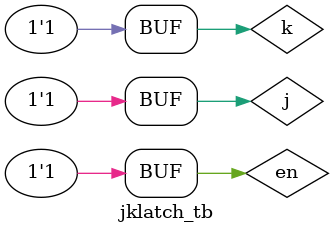
<source format=v>
module jklatch(
  input en,j,k,
   output reg q);
 always@(*)begin
   if(en)begin
     case({j,k})
       2'b00:q=~q;
       2'b01:q=1'b0;
       2'b10:q=1'b1;
       2'b11:q=q; 
     endcase
   end
 end
endmodule

//testbench code
module jklatch_tb;
  reg en,j,k;
  wire q;
  jklatch uut(.en(en),.j(j),.k(k),.q(q));
  initial begin
    en=0;j=0;k=0;#5;
    j=0;k=1;#5;
    j=1;k=0;#5;
    j=1;k=1;#5;
    
    en=1;j=0;k=0;#5;
    j=0;k=1;#5;
    j=1;k=0;#5;
    j=1;k=1;#5;
  end
  
  initial begin
    $dumpfile("jklatch.vcd");
    $dumpvars(1,jklatch_tb);
  end
  initial begin
    $monitor("Time=%0t EN=%b J=%b K=%b Q=%b",$time,en,j,k,q);
  end
endmodule

</source>
